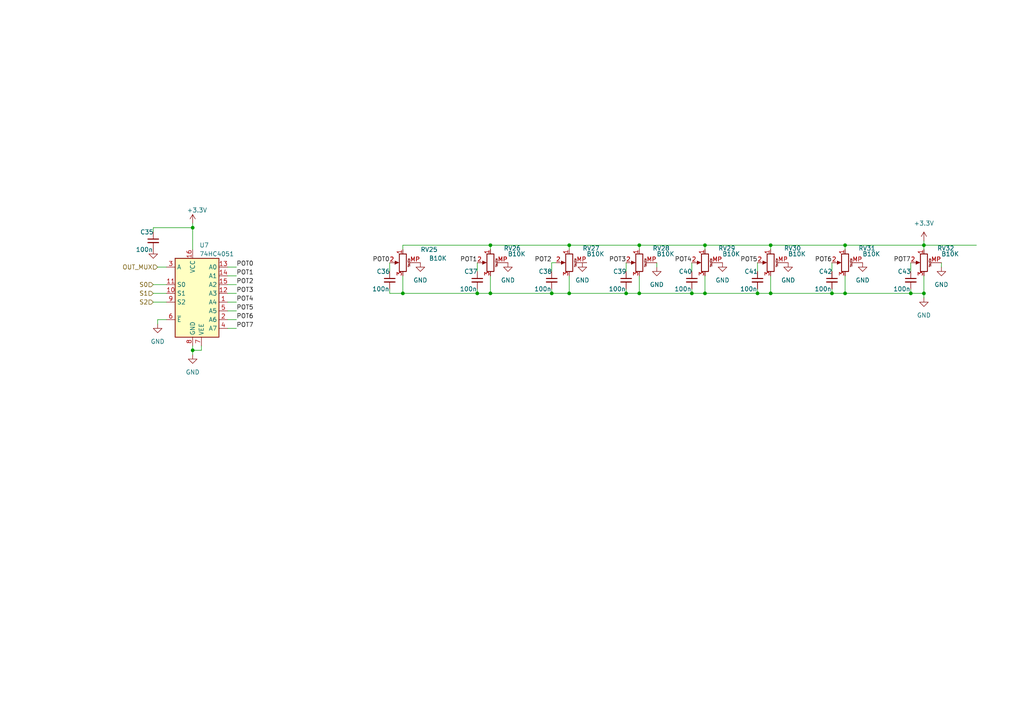
<source format=kicad_sch>
(kicad_sch (version 20231120) (generator "eeschema") (generator_version "8.0")
  (paper "A4")
  (lib_symbols
    (symbol "74xx:74HC4051"
      (property "Reference" "U" (at -5.08 11.43 0))
      (property "Value" "74HC4051" (at -7.62 -13.97 0))
      (symbol "74HC4051_0_1"
        (rectangle (start -5.08 10.16) (end 7.62 -12.7) (stroke (width 0.254)) (fill (type background)))
      )
      (symbol "74HC4051_1_1"
        (pin passive line (at 10.16 -2.54 180) (length 2.54) (name "A4") (number "1"))
        (pin input line (at -7.62 0 0) (length 2.54) (name "S1") (number "10"))
        (pin input line (at -7.62 2.54 0) (length 2.54) (name "S0") (number "11"))
        (pin passive line (at 10.16 0 180) (length 2.54) (name "A3") (number "12"))
        (pin passive line (at 10.16 7.62 180) (length 2.54) (name "A0") (number "13"))
        (pin passive line (at 10.16 5.08 180) (length 2.54) (name "A1") (number "14"))
        (pin passive line (at 10.16 2.54 180) (length 2.54) (name "A2") (number "15"))
        (pin power_in line (at 0 12.7 270) (length 2.54) (name "VCC") (number "16"))
        (pin passive line (at 10.16 -7.62 180) (length 2.54) (name "A6") (number "2"))
        (pin passive line (at -7.62 7.62 0) (length 2.54) (name "A") (number "3"))
        (pin passive line (at 10.16 -10.16 180) (length 2.54) (name "A7") (number "4"))
        (pin passive line (at 10.16 -5.08 180) (length 2.54) (name "A5") (number "5"))
        (pin input line (at -7.62 -7.62 0) (length 2.54) (name "~{E}") (number "6"))
        (pin power_in line (at 2.54 -15.24 90) (length 2.54) (name "VEE") (number "7"))
        (pin power_in line (at 0 -15.24 90) (length 2.54) (name "GND") (number "8"))
        (pin input line (at -7.62 -2.54 0) (length 2.54) (name "S2") (number "9"))
      )
    )
    (symbol "Device:C_Small" (pin_numbers hide) (pin_names (offset 0.254) hide)
      (property "Reference" "C" (at 0.254 1.778 0))
      (property "Value" "C_Small" (at 0.254 -2.032 0))
      (symbol "C_Small_0_1"
        (polyline (pts (xy -1.524 -0.508) (xy 1.524 -0.508)) (stroke (width 0.3302)))
        (polyline (pts (xy -1.524 0.508) (xy 1.524 0.508)) (stroke (width 0.3048)))
      )
      (symbol "C_Small_1_1"
        (pin passive line (at 0 2.54 270) (length 2.032) (name "~") (number "1"))
        (pin passive line (at 0 -2.54 90) (length 2.032) (name "~") (number "2"))
      )
    )
    (symbol "Device:R_Potentiometer_MountingPin" (pin_names (offset 1.016) hide)
      (property "Reference" "RV" (at -8.255 0 90))
      (property "Value" "R_Potentiometer_MountingPin" (at -6.35 0 90))
      (symbol "R_Potentiometer_MountingPin_0_1"
        (polyline (pts (xy 2.54 0) (xy 1.524 0)))
        (polyline (pts (xy 1.143 0) (xy 2.286 0.508) (xy 2.286 -0.508)) (fill (type outline)))
        (rectangle (start 1.016 2.54) (end -1.016 -2.54) (stroke (width 0.254)))
      )
      (symbol "R_Potentiometer_MountingPin_1_1"
        (polyline (pts (xy -2.032 1.016) (xy -2.032 -1.016)) (stroke (width 0.1524)))
        (text "Mounting" (at -1.651 0 900) (effects (font (size 0.381 0.381))))
        (pin passive line (at 0 3.81 270) (length 1.27) (name "1") (number "1"))
        (pin passive line (at 3.81 0 180) (length 1.27) (name "2") (number "2"))
        (pin passive line (at 0 -3.81 90) (length 1.27) (name "3") (number "3"))
        (pin passive line (at -5.08 0 0) (length 3.048) (name "MountPin") (number "MP"))
      )
    )
    (symbol "power:+3.3V" (power) (pin_names (offset 0))
      (property "Value" "+3.3V" (at 0 3.556 0))
      (symbol "+3.3V_0_1"
        (polyline (pts (xy -0.762 1.27) (xy 0 2.54)))
        (polyline (pts (xy 0 0) (xy 0 2.54)))
        (polyline (pts (xy 0 2.54) (xy 0.762 1.27)))
      )
      (symbol "+3.3V_1_1"
        (pin power_in line (at 0 0 90) (length 0) hide (name "+3.3V") (number "1"))
      )
    )
    (symbol "power:GND" (power) (pin_names (offset 0))
      (property "Value" "GND" (at 0 -3.81 0))
      (symbol "GND_0_1"
        (polyline (pts (xy 0 0) (xy 0 -1.27) (xy 1.27 -1.27) (xy 0 -2.54) (xy -1.27 -1.27) (xy 0 -1.27)))
      )
      (symbol "GND_1_1"
        (pin power_in line (at 0 0 270) (length 0) hide (name "GND") (number "1"))
      )
    )
  )
  (junction (at 116.84 85.09))
  (junction (at 241.3 85.09))
  (junction (at 200.66 85.09))
  (junction (at 185.42 71.12))
  (junction (at 165.1 71.12))
  (junction (at 204.47 71.12))
  (junction (at 245.11 85.09))
  (junction (at 165.1 85.09))
  (junction (at 55.88 66.04))
  (junction (at 223.52 71.12))
  (junction (at 219.71 85.09))
  (junction (at 267.97 85.09))
  (junction (at 264.16 85.09))
  (junction (at 55.88 101.6))
  (junction (at 204.47 85.09))
  (junction (at 160.02 85.09))
  (junction (at 181.61 85.09))
  (junction (at 185.42 85.09))
  (junction (at 138.43 85.09))
  (junction (at 142.24 85.09))
  (junction (at 245.11 71.12))
  (junction (at 267.97 71.12))
  (junction (at 142.24 71.12))
  (junction (at 223.52 85.09))
  (wire (pts (xy 68.58 80.01) (xy 66.04 80.01)))
  (wire (pts (xy 185.42 85.09) (xy 200.66 85.09)))
  (wire (pts (xy 264.16 76.2) (xy 264.16 78.74)))
  (wire (pts (xy 45.72 92.71) (xy 48.26 92.71)))
  (wire (pts (xy 245.11 85.09) (xy 264.16 85.09)))
  (wire (pts (xy 219.71 83.82) (xy 219.71 85.09)))
  (wire (pts (xy 204.47 80.01) (xy 204.47 85.09)))
  (wire (pts (xy 138.43 76.2) (xy 138.43 78.74)))
  (wire (pts (xy 273.05 77.47) (xy 273.05 76.2)))
  (wire (pts (xy 68.58 90.17) (xy 66.04 90.17)))
  (wire (pts (xy 113.03 85.09) (xy 116.84 85.09)))
  (wire (pts (xy 44.45 82.55) (xy 48.26 82.55)))
  (wire (pts (xy 165.1 85.09) (xy 181.61 85.09)))
  (wire (pts (xy 185.42 71.12) (xy 204.47 71.12)))
  (wire (pts (xy 283.21 71.12) (xy 267.97 71.12)))
  (wire (pts (xy 264.16 83.82) (xy 264.16 85.09)))
  (wire (pts (xy 223.52 80.01) (xy 223.52 85.09)))
  (wire (pts (xy 185.42 80.01) (xy 185.42 85.09)))
  (wire (pts (xy 116.84 71.12) (xy 142.24 71.12)))
  (wire (pts (xy 267.97 71.12) (xy 267.97 72.39)))
  (wire (pts (xy 138.43 83.82) (xy 138.43 85.09)))
  (wire (pts (xy 181.61 76.2) (xy 181.61 78.74)))
  (wire (pts (xy 55.88 100.33) (xy 55.88 101.6)))
  (wire (pts (xy 55.88 64.77) (xy 55.88 66.04)))
  (wire (pts (xy 204.47 71.12) (xy 223.52 71.12)))
  (wire (pts (xy 241.3 76.2) (xy 241.3 78.74)))
  (wire (pts (xy 142.24 71.12) (xy 165.1 71.12)))
  (wire (pts (xy 165.1 71.12) (xy 165.1 72.39)))
  (wire (pts (xy 219.71 76.2) (xy 219.71 78.74)))
  (wire (pts (xy 142.24 80.01) (xy 142.24 85.09)))
  (wire (pts (xy 116.84 85.09) (xy 138.43 85.09)))
  (wire (pts (xy 138.43 85.09) (xy 142.24 85.09)))
  (wire (pts (xy 204.47 85.09) (xy 219.71 85.09)))
  (wire (pts (xy 267.97 69.85) (xy 267.97 71.12)))
  (wire (pts (xy 160.02 76.2) (xy 161.29 76.2)))
  (wire (pts (xy 58.42 101.6) (xy 58.42 100.33)))
  (wire (pts (xy 241.3 85.09) (xy 245.11 85.09)))
  (wire (pts (xy 142.24 71.12) (xy 142.24 72.39)))
  (wire (pts (xy 45.72 77.47) (xy 48.26 77.47)))
  (wire (pts (xy 55.88 101.6) (xy 55.88 102.87)))
  (wire (pts (xy 185.42 71.12) (xy 185.42 72.39)))
  (wire (pts (xy 44.45 87.63) (xy 48.26 87.63)))
  (wire (pts (xy 68.58 77.47) (xy 66.04 77.47)))
  (wire (pts (xy 68.58 95.25) (xy 66.04 95.25)))
  (wire (pts (xy 160.02 83.82) (xy 160.02 85.09)))
  (wire (pts (xy 181.61 83.82) (xy 181.61 85.09)))
  (wire (pts (xy 245.11 71.12) (xy 267.97 71.12)))
  (wire (pts (xy 219.71 85.09) (xy 223.52 85.09)))
  (wire (pts (xy 44.45 66.04) (xy 44.45 67.31)))
  (wire (pts (xy 68.58 87.63) (xy 66.04 87.63)))
  (wire (pts (xy 267.97 80.01) (xy 267.97 85.09)))
  (wire (pts (xy 116.84 71.12) (xy 116.84 72.39)))
  (wire (pts (xy 264.16 85.09) (xy 267.97 85.09)))
  (wire (pts (xy 223.52 71.12) (xy 245.11 71.12)))
  (wire (pts (xy 160.02 85.09) (xy 165.1 85.09)))
  (wire (pts (xy 267.97 85.09) (xy 267.97 86.36)))
  (wire (pts (xy 223.52 71.12) (xy 223.52 72.39)))
  (wire (pts (xy 245.11 71.12) (xy 245.11 72.39)))
  (wire (pts (xy 44.45 85.09) (xy 48.26 85.09)))
  (wire (pts (xy 55.88 101.6) (xy 58.42 101.6)))
  (wire (pts (xy 45.72 93.98) (xy 45.72 92.71)))
  (wire (pts (xy 181.61 85.09) (xy 185.42 85.09)))
  (wire (pts (xy 160.02 76.2) (xy 160.02 78.74)))
  (wire (pts (xy 116.84 80.01) (xy 116.84 85.09)))
  (wire (pts (xy 113.03 76.2) (xy 113.03 78.74)))
  (wire (pts (xy 165.1 71.12) (xy 185.42 71.12)))
  (wire (pts (xy 200.66 76.2) (xy 200.66 78.74)))
  (wire (pts (xy 204.47 71.12) (xy 204.47 72.39)))
  (wire (pts (xy 142.24 85.09) (xy 160.02 85.09)))
  (wire (pts (xy 55.88 66.04) (xy 44.45 66.04)))
  (wire (pts (xy 68.58 85.09) (xy 66.04 85.09)))
  (wire (pts (xy 68.58 92.71) (xy 66.04 92.71)))
  (wire (pts (xy 200.66 85.09) (xy 204.47 85.09)))
  (wire (pts (xy 68.58 82.55) (xy 66.04 82.55)))
  (wire (pts (xy 200.66 83.82) (xy 200.66 85.09)))
  (wire (pts (xy 55.88 66.04) (xy 55.88 72.39)))
  (wire (pts (xy 170.18 76.2) (xy 168.91 76.2)))
  (wire (pts (xy 113.03 83.82) (xy 113.03 85.09)))
  (wire (pts (xy 165.1 80.01) (xy 165.1 85.09)))
  (wire (pts (xy 241.3 83.82) (xy 241.3 85.09)))
  (wire (pts (xy 245.11 80.01) (xy 245.11 85.09)))
  (wire (pts (xy 223.52 85.09) (xy 241.3 85.09)))
  (wire (pts (xy 190.5 76.2) (xy 190.5 77.47)))
  (label "POT3" (at 68.58 85.09 0))
  (label "POT4" (at 68.58 87.63 0))
  (label "POT3" (at 181.61 76.2 180))
  (label "POT1" (at 138.43 76.2 180))
  (label "POT4" (at 200.66 76.2 180))
  (label "POT6" (at 241.3 76.2 180))
  (label "POT1" (at 68.58 80.01 0))
  (label "POT5" (at 219.71 76.2 180))
  (label "POT2" (at 68.58 82.55 0))
  (label "POT5" (at 68.58 90.17 0))
  (label "POT0" (at 113.03 76.2 180))
  (label "POT7" (at 264.16 76.2 180))
  (label "POT7" (at 68.58 95.25 0))
  (label "POT2" (at 160.02 76.2 180))
  (label "POT0" (at 68.58 77.47 0))
  (label "POT6" (at 68.58 92.71 0))
  (hierarchical_label "S1" (shape input) (at 44.45 85.09 180))
  (hierarchical_label "OUT_MUX" (shape input) (at 45.72 77.47 180))
  (hierarchical_label "S0" (shape input) (at 44.45 82.55 180))
  (hierarchical_label "S2" (shape input) (at 44.45 87.63 180))
  (symbol (lib_id "Device:C_Small") (at 219.71 81.28 0) (mirror y) (unit 1)
    (property "Reference" "C41" (at 215.9 78.74 0) (effects (justify right)))
    (property "Value" "100n" (at 214.63 83.82 0) (effects (justify right)))
    (property "Footprint" "Capacitor_SMD:C_0603_1608Metric" (effects (hide yes)))
  )
  (symbol (lib_id "power:GND") (at 55.88 102.87 0) (unit 1)
    (property "Reference" "#PWR040" (effects (hide yes)))
    (property "Value" "GND" (at 55.88 107.95 0))
  )
  (symbol (lib_id "Device:R_Potentiometer_MountingPin") (at 267.97 76.2 0) (mirror y) (unit 1)
    (property "Reference" "RV32" (at 274.32 72.0091 0))
    (property "Value" "B10K" (at 275.59 73.66 0))
    (property "Footprint" "Potentiometer_THT:Potentiometer_Bourns_PTA3043_Single_Slide" (effects (hide yes)))
  )
  (symbol (lib_id "power:GND") (at 45.72 93.98 0) (unit 1)
    (property "Reference" "#PWR038" (effects (hide yes)))
    (property "Value" "GND" (at 45.72 99.06 0))
  )
  (symbol (lib_id "power:GND") (at 121.92 76.2 0) (mirror y) (unit 1)
    (property "Reference" "#PWR052" (effects (hide yes)))
    (property "Value" "GND" (at 121.92 81.28 0))
  )
  (symbol (lib_id "power:GND") (at 147.32 76.2 0) (mirror y) (unit 1)
    (property "Reference" "#PWR053" (effects (hide yes)))
    (property "Value" "GND" (at 147.32 81.28 0))
  )
  (symbol (lib_id "Device:R_Potentiometer_MountingPin") (at 245.11 76.2 0) (mirror y) (unit 1)
    (property "Reference" "RV31" (at 251.46 72.0091 0))
    (property "Value" "B10K" (at 252.73 73.66 0))
    (property "Footprint" "Potentiometer_THT:Potentiometer_Bourns_PTA3043_Single_Slide" (effects (hide yes)))
  )
  (symbol (lib_id "Device:C_Small") (at 241.3 81.28 0) (mirror y) (unit 1)
    (property "Reference" "C42" (at 237.49 78.74 0) (effects (justify right)))
    (property "Value" "100n" (at 236.22 83.82 0) (effects (justify right)))
    (property "Footprint" "Capacitor_SMD:C_0603_1608Metric" (effects (hide yes)))
  )
  (symbol (lib_id "power:GND") (at 267.97 86.36 0) (mirror y) (unit 1)
    (property "Reference" "#PWR042" (effects (hide yes)))
    (property "Value" "GND" (at 267.97 91.44 0))
  )
  (symbol (lib_id "power:GND") (at 250.19 76.2 0) (mirror y) (unit 1)
    (property "Reference" "#PWR059" (effects (hide yes)))
    (property "Value" "GND" (at 250.19 81.28 0))
  )
  (symbol (lib_id "Device:R_Potentiometer_MountingPin") (at 116.84 76.2 0) (mirror y) (unit 1)
    (property "Reference" "RV25" (at 124.46 72.39 0))
    (property "Value" "B10K" (at 127 74.93 0))
    (property "Footprint" "Potentiometer_THT:Potentiometer_Bourns_PTA3043_Single_Slide" (effects (hide yes)))
  )
  (symbol (lib_id "Device:R_Potentiometer_MountingPin") (at 204.47 76.2 0) (mirror y) (unit 1)
    (property "Reference" "RV29" (at 210.82 72.0091 0))
    (property "Value" "B10K" (at 212.09 73.66 0))
    (property "Footprint" "Potentiometer_THT:Potentiometer_Bourns_PTA3043_Single_Slide" (effects (hide yes)))
  )
  (symbol (lib_id "Device:R_Potentiometer_MountingPin") (at 142.24 76.2 0) (mirror y) (unit 1)
    (property "Reference" "RV26" (at 148.59 72.0091 0))
    (property "Value" "B10K" (at 149.86 73.66 0))
    (property "Footprint" "Potentiometer_THT:Potentiometer_Bourns_PTA3043_Single_Slide" (effects (hide yes)))
  )
  (symbol (lib_id "Device:C_Small") (at 138.43 81.28 0) (mirror y) (unit 1)
    (property "Reference" "C37" (at 134.62 78.74 0) (effects (justify right)))
    (property "Value" "100n" (at 133.35 83.82 0) (effects (justify right)))
    (property "Footprint" "Capacitor_SMD:C_0603_1608Metric" (effects (hide yes)))
  )
  (symbol (lib_id "Device:R_Potentiometer_MountingPin") (at 185.42 76.2 0) (mirror y) (unit 1)
    (property "Reference" "RV28" (at 191.77 72.0091 0))
    (property "Value" "B10K" (at 193.04 73.66 0))
    (property "Footprint" "Potentiometer_THT:Potentiometer_Bourns_PTA3043_Single_Slide" (effects (hide yes)))
  )
  (symbol (lib_id "Device:C_Small") (at 113.03 81.28 0) (mirror y) (unit 1)
    (property "Reference" "C36" (at 109.22 78.74 0) (effects (justify right)))
    (property "Value" "100n" (at 107.95 83.82 0) (effects (justify right)))
    (property "Footprint" "Capacitor_SMD:C_0603_1608Metric" (effects (hide yes)))
  )
  (symbol (lib_id "Device:C_Small") (at 181.61 81.28 0) (mirror y) (unit 1)
    (property "Reference" "C39" (at 177.8 78.74 0) (effects (justify right)))
    (property "Value" "100n" (at 176.53 83.82 0) (effects (justify right)))
    (property "Footprint" "Capacitor_SMD:C_0603_1608Metric" (effects (hide yes)))
  )
  (symbol (lib_id "Device:C_Small") (at 264.16 81.28 0) (mirror y) (unit 1)
    (property "Reference" "C43" (at 260.35 78.74 0) (effects (justify right)))
    (property "Value" "100n" (at 259.08 83.82 0) (effects (justify right)))
    (property "Footprint" "Capacitor_SMD:C_0603_1608Metric" (effects (hide yes)))
  )
  (symbol (lib_id "Device:C_Small") (at 160.02 81.28 0) (mirror y) (unit 1)
    (property "Reference" "C38" (at 156.21 78.74 0) (effects (justify right)))
    (property "Value" "100n" (at 154.94 83.82 0) (effects (justify right)))
    (property "Footprint" "Capacitor_SMD:C_0603_1608Metric" (effects (hide yes)))
  )
  (symbol (lib_id "power:GND") (at 44.45 72.39 0) (unit 1)
    (property "Reference" "#PWR037" (effects (hide yes)))
    (property "Value" "GND" (effects (hide yes)))
  )
  (symbol (lib_id "power:+3.3V") (at 267.97 69.85 0) (unit 1)
    (property "Reference" "#PWR041" (effects (hide yes)))
    (property "Value" "+3.3V" (at 267.97 64.77 0))
  )
  (symbol (lib_id "Device:C_Small") (at 44.45 69.85 0) (mirror y) (unit 1)
    (property "Reference" "C35" (at 40.64 67.31 0) (effects (justify right)))
    (property "Value" "100n" (at 39.37 72.39 0) (effects (justify right)))
    (property "Footprint" "Capacitor_SMD:C_0603_1608Metric" (effects (hide yes)))
  )
  (symbol (lib_id "Device:R_Potentiometer_MountingPin") (at 223.52 76.2 0) (mirror y) (unit 1)
    (property "Reference" "RV30" (at 229.87 72.0091 0))
    (property "Value" "B10K" (at 231.14 73.66 0))
    (property "Footprint" "Potentiometer_THT:Potentiometer_Bourns_PTA3043_Single_Slide" (effects (hide yes)))
  )
  (symbol (lib_id "power:GND") (at 190.5 77.47 0) (mirror y) (unit 1)
    (property "Reference" "#PWR056" (effects (hide yes)))
    (property "Value" "GND" (at 190.5 82.55 0))
  )
  (symbol (lib_id "power:GND") (at 209.55 76.2 0) (mirror y) (unit 1)
    (property "Reference" "#PWR057" (effects (hide yes)))
    (property "Value" "GND" (at 209.55 81.28 0))
  )
  (symbol (lib_id "power:+3.3V") (at 55.88 64.77 0) (unit 1)
    (property "Reference" "#PWR039" (effects (hide yes)))
    (property "Value" "+3.3V" (at 57.15 60.96 0))
  )
  (symbol (lib_id "74xx:74HC4051") (at 55.88 85.09 0) (unit 1)
    (property "Reference" "U7" (at 57.8359 71.12 0) (effects (justify left)))
    (property "Value" "74HC4051" (at 57.8359 73.66 0) (effects (justify left)))
    (property "Footprint" "Package_SO:SO-16_3.9x9.9mm_P1.27mm" (effects (hide yes)))
    (property "Datasheet" "http://www.ti.com/lit/ds/symlink/cd74hc4051.pdf" (effects (hide yes)))
  )
  (symbol (lib_id "power:GND") (at 228.6 76.2 0) (mirror y) (unit 1)
    (property "Reference" "#PWR058" (effects (hide yes)))
    (property "Value" "GND" (at 228.6 81.28 0))
  )
  (symbol (lib_id "Device:R_Potentiometer_MountingPin") (at 165.1 76.2 0) (mirror y) (unit 1)
    (property "Reference" "RV27" (at 171.45 72.0091 0))
    (property "Value" "B10K" (at 172.72 73.66 0))
    (property "Footprint" "Potentiometer_THT:Potentiometer_Bourns_PTA3043_Single_Slide" (effects (hide yes)))
  )
  (symbol (lib_id "power:GND") (at 168.91 76.2 0) (mirror y) (unit 1)
    (property "Reference" "#PWR055" (effects (hide yes)))
    (property "Value" "GND" (at 168.91 81.28 0))
  )
  (symbol (lib_id "Device:C_Small") (at 200.66 81.28 0) (mirror y) (unit 1)
    (property "Reference" "C40" (at 196.85 78.74 0) (effects (justify right)))
    (property "Value" "100n" (at 195.58 83.82 0) (effects (justify right)))
    (property "Footprint" "Capacitor_SMD:C_0603_1608Metric" (effects (hide yes)))
  )
  (symbol (lib_id "power:GND") (at 273.05 77.47 0) (mirror y) (unit 1)
    (property "Reference" "#PWR060" (effects (hide yes)))
    (property "Value" "GND" (at 273.05 82.55 0))
  )
)
</source>
